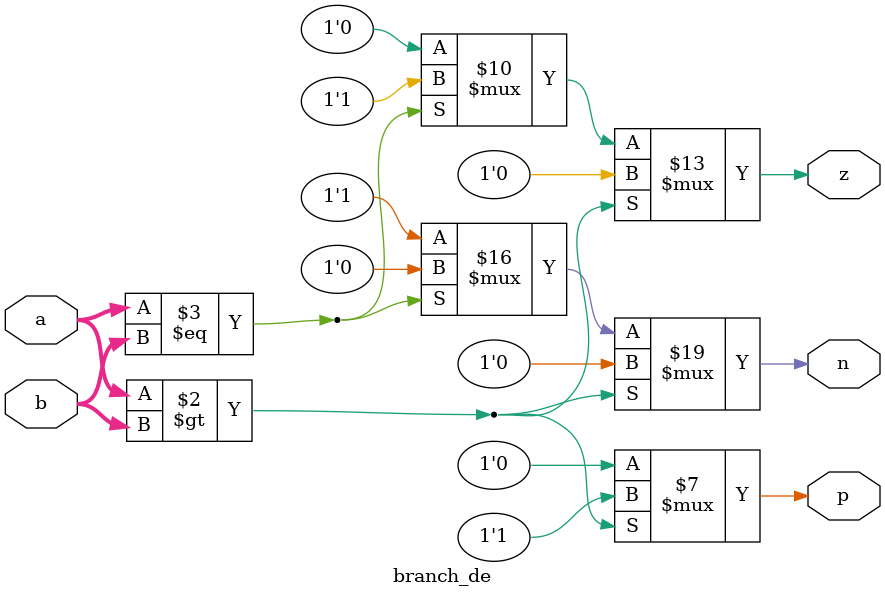
<source format=v>
`timescale 1ns / 1ps


module branch_de(
    input [31:0] a,
    input [31:0] b,
    output reg n,
    output reg z,
    output reg p
    );
    always @(*) begin
        if (a > b) begin
            n <= 0; z <= 0; p <= 1;
        end else begin
            if (a == b) begin
                n <= 0; z <= 1; p <= 0;
            end else begin
                n <= 1; z <= 0; p <= 0;
            end
        end
    end
endmodule

</source>
